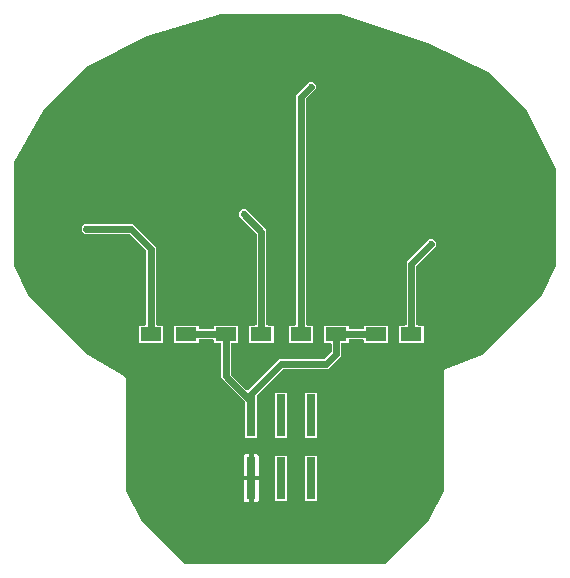
<source format=gbr>
G04 EAGLE Gerber RS-274X export*
G75*
%MOMM*%
%FSLAX34Y34*%
%LPD*%
%INBottom Copper*%
%IPPOS*%
%AMOC8*
5,1,8,0,0,1.08239X$1,22.5*%
G01*
%ADD10R,1.800000X1.200000*%
%ADD11R,0.787400X3.556000*%
%ADD12C,0.609600*%
%ADD13C,0.525000*%

G36*
X373316Y84565D02*
X373316Y84565D01*
X373442Y84572D01*
X373489Y84585D01*
X373537Y84591D01*
X373655Y84633D01*
X373777Y84668D01*
X373819Y84692D01*
X373865Y84708D01*
X373971Y84777D01*
X374081Y84838D01*
X374127Y84878D01*
X374157Y84897D01*
X374191Y84932D01*
X374267Y84997D01*
X410931Y121660D01*
X411007Y121756D01*
X411090Y121847D01*
X411124Y121904D01*
X411148Y121933D01*
X411168Y121976D01*
X411216Y122056D01*
X423288Y146201D01*
X423308Y146253D01*
X423335Y146303D01*
X423367Y146417D01*
X423408Y146528D01*
X423414Y146584D01*
X423430Y146638D01*
X423447Y146859D01*
X423449Y146874D01*
X423449Y146877D01*
X423449Y146882D01*
X423449Y246971D01*
X423430Y247136D01*
X423413Y247303D01*
X423410Y247312D01*
X423409Y247318D01*
X423401Y247341D01*
X423340Y247537D01*
X423285Y247676D01*
X423326Y247773D01*
X423329Y247784D01*
X423335Y247794D01*
X423379Y247952D01*
X423426Y248107D01*
X423427Y248118D01*
X423430Y248130D01*
X423449Y248373D01*
X423449Y248479D01*
X423555Y248585D01*
X423659Y248715D01*
X423764Y248846D01*
X423768Y248853D01*
X423772Y248858D01*
X423783Y248880D01*
X423878Y249062D01*
X423937Y249200D01*
X424035Y249239D01*
X424045Y249244D01*
X424056Y249248D01*
X424198Y249327D01*
X424342Y249405D01*
X424351Y249412D01*
X424360Y249418D01*
X424547Y249576D01*
X424621Y249651D01*
X424771Y249651D01*
X424936Y249670D01*
X425103Y249687D01*
X425112Y249690D01*
X425118Y249691D01*
X425141Y249699D01*
X425337Y249760D01*
X455785Y261939D01*
X455795Y261944D01*
X455806Y261948D01*
X455949Y262027D01*
X456092Y262105D01*
X456100Y262112D01*
X456110Y262118D01*
X456297Y262276D01*
X506181Y312160D01*
X506257Y312256D01*
X506340Y312347D01*
X506374Y312404D01*
X506398Y312433D01*
X506418Y312476D01*
X506466Y312556D01*
X518538Y336701D01*
X518558Y336753D01*
X518585Y336803D01*
X518617Y336917D01*
X518658Y337028D01*
X518664Y337084D01*
X518680Y337138D01*
X518697Y337359D01*
X518699Y337374D01*
X518699Y337377D01*
X518699Y337382D01*
X518699Y418268D01*
X518693Y418324D01*
X518695Y418380D01*
X518673Y418497D01*
X518659Y418614D01*
X518640Y418667D01*
X518630Y418722D01*
X518547Y418928D01*
X518542Y418942D01*
X518540Y418945D01*
X518538Y418949D01*
X493766Y468494D01*
X493699Y468596D01*
X493639Y468703D01*
X493597Y468754D01*
X493576Y468786D01*
X493542Y468818D01*
X493481Y468890D01*
X462540Y499831D01*
X462444Y499907D01*
X462353Y499990D01*
X462296Y500024D01*
X462267Y500048D01*
X462224Y500068D01*
X462144Y500116D01*
X412079Y525149D01*
X412043Y525162D01*
X411880Y525231D01*
X336460Y550371D01*
X336340Y550396D01*
X336222Y550430D01*
X336156Y550435D01*
X336119Y550443D01*
X336072Y550442D01*
X335978Y550449D01*
X235467Y550449D01*
X235368Y550438D01*
X235269Y550436D01*
X235169Y550415D01*
X235121Y550409D01*
X235088Y550398D01*
X235029Y550385D01*
X172316Y531571D01*
X172308Y531568D01*
X172300Y531566D01*
X172073Y531474D01*
X122056Y506466D01*
X121953Y506399D01*
X121847Y506339D01*
X121796Y506297D01*
X121764Y506276D01*
X121732Y506242D01*
X121660Y506181D01*
X84298Y468819D01*
X84249Y468756D01*
X84191Y468700D01*
X84112Y468584D01*
X84082Y468546D01*
X84072Y468526D01*
X84053Y468498D01*
X59351Y425270D01*
X59313Y425179D01*
X59265Y425093D01*
X59244Y425020D01*
X59214Y424949D01*
X59197Y424853D01*
X59170Y424758D01*
X59162Y424654D01*
X59154Y424606D01*
X59155Y424572D01*
X59151Y424514D01*
X59151Y337382D01*
X59152Y337367D01*
X59152Y337358D01*
X59157Y337322D01*
X59155Y337270D01*
X59177Y337153D01*
X59191Y337036D01*
X59210Y336983D01*
X59220Y336928D01*
X59303Y336722D01*
X59308Y336708D01*
X59310Y336705D01*
X59312Y336701D01*
X71384Y312556D01*
X71451Y312453D01*
X71511Y312347D01*
X71553Y312296D01*
X71574Y312264D01*
X71608Y312232D01*
X71669Y312160D01*
X121758Y262071D01*
X121808Y262032D01*
X121852Y261985D01*
X122004Y261876D01*
X122031Y261855D01*
X122040Y261851D01*
X122051Y261842D01*
X152592Y243518D01*
X152697Y243470D01*
X152797Y243415D01*
X152855Y243399D01*
X152910Y243374D01*
X153022Y243352D01*
X153132Y243320D01*
X153210Y243314D01*
X153217Y243313D01*
X153508Y243021D01*
X153558Y242982D01*
X153602Y242935D01*
X153754Y242826D01*
X153781Y242805D01*
X153790Y242801D01*
X153801Y242792D01*
X154158Y242578D01*
X154176Y242515D01*
X154206Y242462D01*
X154227Y242406D01*
X154291Y242311D01*
X154346Y242211D01*
X154397Y242152D01*
X154401Y242146D01*
X154401Y241734D01*
X154408Y241670D01*
X154406Y241606D01*
X154437Y241422D01*
X154441Y241388D01*
X154444Y241379D01*
X154446Y241364D01*
X154547Y240961D01*
X154515Y240903D01*
X154499Y240845D01*
X154474Y240790D01*
X154452Y240678D01*
X154420Y240568D01*
X154414Y240490D01*
X154406Y240448D01*
X154407Y240405D01*
X154401Y240324D01*
X154401Y146882D01*
X154407Y146826D01*
X154405Y146770D01*
X154427Y146653D01*
X154441Y146536D01*
X154460Y146483D01*
X154470Y146428D01*
X154553Y146222D01*
X154558Y146208D01*
X154560Y146205D01*
X154562Y146201D01*
X166636Y122052D01*
X166702Y121951D01*
X166760Y121846D01*
X166805Y121793D01*
X166826Y121760D01*
X166860Y121728D01*
X166918Y121659D01*
X203385Y85000D01*
X203486Y84920D01*
X203581Y84834D01*
X203621Y84811D01*
X203658Y84782D01*
X203773Y84727D01*
X203886Y84665D01*
X203931Y84653D01*
X203972Y84633D01*
X204098Y84605D01*
X204221Y84570D01*
X204279Y84566D01*
X204313Y84558D01*
X204362Y84559D01*
X204465Y84551D01*
X373190Y84551D01*
X373316Y84565D01*
G37*
%LPC*%
G36*
X255887Y191769D02*
X255887Y191769D01*
X255142Y192514D01*
X255142Y221258D01*
X255128Y221384D01*
X255121Y221510D01*
X255108Y221556D01*
X255102Y221604D01*
X255060Y221723D01*
X255025Y221845D01*
X255001Y221887D01*
X254985Y221932D01*
X254916Y222039D01*
X254855Y222149D01*
X254815Y222195D01*
X254796Y222225D01*
X254761Y222259D01*
X254696Y222335D01*
X235072Y241959D01*
X235072Y270606D01*
X235069Y270632D01*
X235071Y270658D01*
X235049Y270805D01*
X235032Y270952D01*
X235024Y270977D01*
X235020Y271003D01*
X234965Y271141D01*
X234915Y271280D01*
X234901Y271302D01*
X234891Y271327D01*
X234806Y271448D01*
X234726Y271573D01*
X234707Y271591D01*
X234692Y271613D01*
X234582Y271712D01*
X234475Y271815D01*
X234453Y271829D01*
X234433Y271846D01*
X234303Y271918D01*
X234176Y271994D01*
X234151Y272002D01*
X234128Y272015D01*
X233985Y272055D01*
X233844Y272100D01*
X233818Y272102D01*
X233793Y272110D01*
X233549Y272129D01*
X229484Y272129D01*
X228739Y272874D01*
X228739Y273939D01*
X228736Y273965D01*
X228738Y273991D01*
X228716Y274138D01*
X228699Y274285D01*
X228691Y274310D01*
X228687Y274336D01*
X228632Y274474D01*
X228582Y274613D01*
X228568Y274635D01*
X228558Y274660D01*
X228473Y274781D01*
X228393Y274906D01*
X228374Y274924D01*
X228359Y274946D01*
X228249Y275045D01*
X228142Y275148D01*
X228120Y275162D01*
X228100Y275179D01*
X227970Y275251D01*
X227843Y275327D01*
X227818Y275335D01*
X227795Y275348D01*
X227652Y275388D01*
X227511Y275433D01*
X227485Y275435D01*
X227460Y275443D01*
X227216Y275462D01*
X217284Y275462D01*
X217258Y275459D01*
X217232Y275461D01*
X217085Y275439D01*
X216938Y275422D01*
X216913Y275414D01*
X216887Y275410D01*
X216749Y275355D01*
X216610Y275305D01*
X216588Y275291D01*
X216563Y275281D01*
X216442Y275196D01*
X216317Y275116D01*
X216299Y275097D01*
X216277Y275082D01*
X216178Y274972D01*
X216075Y274865D01*
X216061Y274843D01*
X216044Y274823D01*
X215972Y274693D01*
X215896Y274566D01*
X215888Y274541D01*
X215875Y274518D01*
X215835Y274375D01*
X215790Y274234D01*
X215788Y274208D01*
X215780Y274183D01*
X215761Y273939D01*
X215761Y272874D01*
X215016Y272129D01*
X195964Y272129D01*
X195219Y272874D01*
X195219Y285926D01*
X195964Y286671D01*
X215016Y286671D01*
X215761Y285926D01*
X215761Y284861D01*
X215764Y284835D01*
X215762Y284809D01*
X215784Y284662D01*
X215801Y284515D01*
X215809Y284490D01*
X215813Y284464D01*
X215868Y284326D01*
X215918Y284187D01*
X215932Y284165D01*
X215942Y284140D01*
X216027Y284019D01*
X216107Y283894D01*
X216126Y283876D01*
X216141Y283854D01*
X216251Y283755D01*
X216358Y283652D01*
X216380Y283638D01*
X216400Y283621D01*
X216530Y283549D01*
X216657Y283473D01*
X216682Y283465D01*
X216705Y283452D01*
X216848Y283412D01*
X216989Y283367D01*
X217015Y283365D01*
X217040Y283357D01*
X217284Y283338D01*
X227216Y283338D01*
X227242Y283341D01*
X227268Y283339D01*
X227415Y283361D01*
X227562Y283378D01*
X227587Y283386D01*
X227613Y283390D01*
X227751Y283445D01*
X227890Y283495D01*
X227912Y283509D01*
X227937Y283519D01*
X228058Y283604D01*
X228183Y283684D01*
X228201Y283703D01*
X228223Y283718D01*
X228322Y283828D01*
X228425Y283935D01*
X228439Y283957D01*
X228456Y283977D01*
X228528Y284107D01*
X228604Y284234D01*
X228612Y284259D01*
X228625Y284282D01*
X228665Y284425D01*
X228710Y284566D01*
X228712Y284592D01*
X228720Y284617D01*
X228739Y284861D01*
X228739Y285926D01*
X229484Y286671D01*
X248536Y286671D01*
X249281Y285926D01*
X249281Y272874D01*
X248536Y272129D01*
X244471Y272129D01*
X244445Y272126D01*
X244419Y272128D01*
X244272Y272106D01*
X244125Y272089D01*
X244100Y272081D01*
X244074Y272077D01*
X243936Y272022D01*
X243797Y271972D01*
X243775Y271958D01*
X243750Y271948D01*
X243629Y271863D01*
X243504Y271783D01*
X243486Y271764D01*
X243464Y271749D01*
X243365Y271639D01*
X243262Y271532D01*
X243248Y271510D01*
X243231Y271490D01*
X243159Y271360D01*
X243083Y271233D01*
X243075Y271208D01*
X243062Y271185D01*
X243022Y271042D01*
X242977Y270901D01*
X242975Y270875D01*
X242967Y270850D01*
X242948Y270606D01*
X242948Y245852D01*
X242962Y245726D01*
X242969Y245600D01*
X242982Y245554D01*
X242988Y245506D01*
X243030Y245387D01*
X243065Y245265D01*
X243089Y245223D01*
X243105Y245178D01*
X243174Y245071D01*
X243235Y244961D01*
X243275Y244915D01*
X243294Y244885D01*
X243329Y244851D01*
X243394Y244775D01*
X256098Y232071D01*
X256118Y232055D01*
X256135Y232035D01*
X256255Y231946D01*
X256371Y231854D01*
X256395Y231843D01*
X256416Y231827D01*
X256552Y231769D01*
X256686Y231705D01*
X256712Y231700D01*
X256736Y231689D01*
X256882Y231663D01*
X257027Y231632D01*
X257053Y231632D01*
X257079Y231628D01*
X257227Y231635D01*
X257375Y231638D01*
X257401Y231644D01*
X257427Y231646D01*
X257569Y231687D01*
X257713Y231723D01*
X257736Y231735D01*
X257762Y231742D01*
X257891Y231815D01*
X258023Y231883D01*
X258043Y231900D01*
X258066Y231912D01*
X258252Y232071D01*
X284119Y257938D01*
X321588Y257938D01*
X321714Y257952D01*
X321840Y257959D01*
X321886Y257972D01*
X321934Y257978D01*
X322053Y258020D01*
X322175Y258055D01*
X322217Y258079D01*
X322262Y258095D01*
X322369Y258164D01*
X322479Y258225D01*
X322525Y258265D01*
X322555Y258284D01*
X322589Y258319D01*
X322665Y258384D01*
X328106Y263825D01*
X328185Y263924D01*
X328269Y264018D01*
X328293Y264060D01*
X328323Y264098D01*
X328377Y264212D01*
X328438Y264323D01*
X328451Y264369D01*
X328472Y264413D01*
X328498Y264536D01*
X328533Y264658D01*
X328538Y264719D01*
X328545Y264754D01*
X328544Y264802D01*
X328552Y264902D01*
X328552Y270606D01*
X328549Y270632D01*
X328551Y270658D01*
X328529Y270805D01*
X328512Y270952D01*
X328504Y270977D01*
X328500Y271003D01*
X328445Y271141D01*
X328395Y271280D01*
X328381Y271302D01*
X328371Y271327D01*
X328286Y271448D01*
X328206Y271573D01*
X328187Y271591D01*
X328172Y271613D01*
X328062Y271712D01*
X327955Y271815D01*
X327933Y271829D01*
X327913Y271846D01*
X327783Y271918D01*
X327656Y271994D01*
X327631Y272002D01*
X327608Y272015D01*
X327465Y272055D01*
X327324Y272100D01*
X327298Y272102D01*
X327273Y272110D01*
X327029Y272129D01*
X322964Y272129D01*
X322219Y272874D01*
X322219Y285926D01*
X322964Y286671D01*
X342016Y286671D01*
X342761Y285926D01*
X342761Y284861D01*
X342764Y284835D01*
X342762Y284809D01*
X342784Y284662D01*
X342801Y284515D01*
X342809Y284490D01*
X342813Y284464D01*
X342868Y284326D01*
X342918Y284187D01*
X342932Y284165D01*
X342942Y284140D01*
X343027Y284019D01*
X343107Y283894D01*
X343126Y283876D01*
X343141Y283854D01*
X343251Y283755D01*
X343358Y283652D01*
X343380Y283638D01*
X343400Y283621D01*
X343530Y283549D01*
X343657Y283473D01*
X343682Y283465D01*
X343705Y283452D01*
X343848Y283412D01*
X343989Y283367D01*
X344015Y283365D01*
X344040Y283357D01*
X344284Y283338D01*
X354216Y283338D01*
X354242Y283341D01*
X354268Y283339D01*
X354415Y283361D01*
X354562Y283378D01*
X354587Y283386D01*
X354613Y283390D01*
X354751Y283445D01*
X354890Y283495D01*
X354912Y283509D01*
X354937Y283519D01*
X355058Y283604D01*
X355183Y283684D01*
X355201Y283703D01*
X355223Y283718D01*
X355322Y283828D01*
X355425Y283935D01*
X355439Y283957D01*
X355456Y283977D01*
X355528Y284107D01*
X355604Y284234D01*
X355612Y284259D01*
X355625Y284282D01*
X355665Y284425D01*
X355710Y284566D01*
X355712Y284592D01*
X355720Y284617D01*
X355739Y284861D01*
X355739Y285926D01*
X356484Y286671D01*
X375536Y286671D01*
X376281Y285926D01*
X376281Y272874D01*
X375536Y272129D01*
X356484Y272129D01*
X355739Y272874D01*
X355739Y273939D01*
X355736Y273965D01*
X355738Y273991D01*
X355716Y274138D01*
X355699Y274285D01*
X355691Y274310D01*
X355687Y274336D01*
X355632Y274474D01*
X355582Y274613D01*
X355568Y274635D01*
X355558Y274660D01*
X355473Y274781D01*
X355393Y274906D01*
X355374Y274924D01*
X355359Y274946D01*
X355249Y275045D01*
X355142Y275148D01*
X355120Y275162D01*
X355100Y275179D01*
X354970Y275251D01*
X354843Y275327D01*
X354818Y275335D01*
X354795Y275348D01*
X354652Y275388D01*
X354511Y275433D01*
X354485Y275435D01*
X354460Y275443D01*
X354216Y275462D01*
X344284Y275462D01*
X344258Y275459D01*
X344232Y275461D01*
X344085Y275439D01*
X343938Y275422D01*
X343913Y275414D01*
X343887Y275410D01*
X343749Y275355D01*
X343610Y275305D01*
X343588Y275291D01*
X343563Y275281D01*
X343442Y275196D01*
X343317Y275116D01*
X343299Y275097D01*
X343277Y275082D01*
X343178Y274972D01*
X343075Y274865D01*
X343061Y274843D01*
X343044Y274823D01*
X342972Y274693D01*
X342896Y274566D01*
X342888Y274541D01*
X342875Y274518D01*
X342835Y274375D01*
X342790Y274234D01*
X342788Y274208D01*
X342780Y274183D01*
X342761Y273939D01*
X342761Y272874D01*
X342016Y272129D01*
X337951Y272129D01*
X337925Y272126D01*
X337899Y272128D01*
X337752Y272106D01*
X337605Y272089D01*
X337580Y272081D01*
X337554Y272077D01*
X337416Y272022D01*
X337277Y271972D01*
X337255Y271958D01*
X337230Y271948D01*
X337109Y271863D01*
X336984Y271783D01*
X336966Y271764D01*
X336944Y271749D01*
X336845Y271639D01*
X336742Y271532D01*
X336728Y271510D01*
X336711Y271490D01*
X336639Y271360D01*
X336563Y271233D01*
X336555Y271208D01*
X336542Y271185D01*
X336502Y271042D01*
X336457Y270901D01*
X336455Y270875D01*
X336447Y270850D01*
X336428Y270606D01*
X336428Y261009D01*
X325481Y250062D01*
X288012Y250062D01*
X287886Y250048D01*
X287760Y250041D01*
X287714Y250028D01*
X287666Y250022D01*
X287547Y249980D01*
X287425Y249945D01*
X287383Y249921D01*
X287338Y249905D01*
X287231Y249836D01*
X287121Y249775D01*
X287075Y249735D01*
X287045Y249716D01*
X287011Y249681D01*
X286935Y249616D01*
X266004Y228685D01*
X265925Y228586D01*
X265841Y228492D01*
X265817Y228450D01*
X265787Y228412D01*
X265733Y228298D01*
X265672Y228187D01*
X265659Y228141D01*
X265638Y228097D01*
X265612Y227974D01*
X265577Y227852D01*
X265572Y227791D01*
X265565Y227756D01*
X265566Y227708D01*
X265558Y227608D01*
X265558Y192514D01*
X264813Y191769D01*
X255887Y191769D01*
G37*
%LPD*%
%LPC*%
G36*
X292984Y272129D02*
X292984Y272129D01*
X292239Y272874D01*
X292239Y285926D01*
X292984Y286671D01*
X297049Y286671D01*
X297075Y286674D01*
X297101Y286672D01*
X297248Y286694D01*
X297395Y286711D01*
X297420Y286719D01*
X297446Y286723D01*
X297584Y286778D01*
X297723Y286828D01*
X297745Y286842D01*
X297770Y286852D01*
X297891Y286937D01*
X298016Y287017D01*
X298034Y287036D01*
X298056Y287051D01*
X298155Y287161D01*
X298258Y287268D01*
X298272Y287290D01*
X298289Y287310D01*
X298361Y287440D01*
X298437Y287567D01*
X298445Y287592D01*
X298458Y287615D01*
X298498Y287758D01*
X298543Y287899D01*
X298545Y287925D01*
X298553Y287950D01*
X298572Y288194D01*
X298572Y481941D01*
X309519Y492888D01*
X312781Y492888D01*
X315088Y490581D01*
X315088Y487319D01*
X306894Y479125D01*
X306815Y479026D01*
X306731Y478932D01*
X306707Y478890D01*
X306677Y478852D01*
X306623Y478738D01*
X306562Y478627D01*
X306549Y478581D01*
X306528Y478537D01*
X306502Y478414D01*
X306467Y478292D01*
X306462Y478231D01*
X306455Y478196D01*
X306456Y478148D01*
X306448Y478048D01*
X306448Y288194D01*
X306451Y288168D01*
X306449Y288142D01*
X306471Y287995D01*
X306488Y287848D01*
X306496Y287823D01*
X306500Y287797D01*
X306555Y287659D01*
X306605Y287520D01*
X306619Y287498D01*
X306629Y287473D01*
X306714Y287352D01*
X306794Y287227D01*
X306813Y287209D01*
X306828Y287187D01*
X306938Y287088D01*
X307045Y286985D01*
X307067Y286971D01*
X307087Y286954D01*
X307217Y286882D01*
X307344Y286806D01*
X307369Y286798D01*
X307392Y286785D01*
X307535Y286745D01*
X307676Y286700D01*
X307702Y286698D01*
X307727Y286690D01*
X307971Y286671D01*
X312036Y286671D01*
X312781Y285926D01*
X312781Y272874D01*
X312036Y272129D01*
X292984Y272129D01*
G37*
%LPD*%
%LPC*%
G36*
X165984Y272129D02*
X165984Y272129D01*
X165239Y272874D01*
X165239Y285926D01*
X165984Y286671D01*
X170049Y286671D01*
X170075Y286674D01*
X170101Y286672D01*
X170248Y286694D01*
X170395Y286711D01*
X170420Y286719D01*
X170446Y286723D01*
X170584Y286778D01*
X170723Y286828D01*
X170745Y286842D01*
X170770Y286852D01*
X170891Y286937D01*
X171016Y287017D01*
X171034Y287036D01*
X171056Y287051D01*
X171155Y287161D01*
X171258Y287268D01*
X171272Y287290D01*
X171289Y287310D01*
X171361Y287440D01*
X171437Y287567D01*
X171445Y287592D01*
X171458Y287615D01*
X171498Y287758D01*
X171543Y287899D01*
X171545Y287925D01*
X171553Y287950D01*
X171572Y288194D01*
X171572Y349278D01*
X171558Y349404D01*
X171551Y349530D01*
X171538Y349576D01*
X171532Y349624D01*
X171490Y349743D01*
X171455Y349865D01*
X171431Y349907D01*
X171415Y349952D01*
X171346Y350059D01*
X171285Y350169D01*
X171245Y350215D01*
X171226Y350245D01*
X171191Y350279D01*
X171126Y350355D01*
X157565Y363916D01*
X157466Y363995D01*
X157372Y364079D01*
X157330Y364103D01*
X157292Y364133D01*
X157178Y364187D01*
X157067Y364248D01*
X157021Y364261D01*
X156977Y364282D01*
X156854Y364308D01*
X156732Y364343D01*
X156671Y364348D01*
X156636Y364355D01*
X156588Y364354D01*
X156488Y364362D01*
X119019Y364362D01*
X116712Y366669D01*
X116712Y369931D01*
X119019Y372238D01*
X160381Y372238D01*
X179448Y353171D01*
X179448Y288194D01*
X179451Y288168D01*
X179449Y288142D01*
X179471Y287995D01*
X179488Y287848D01*
X179496Y287823D01*
X179500Y287797D01*
X179555Y287659D01*
X179605Y287520D01*
X179619Y287498D01*
X179629Y287473D01*
X179714Y287352D01*
X179794Y287227D01*
X179813Y287209D01*
X179828Y287187D01*
X179938Y287088D01*
X180045Y286985D01*
X180067Y286971D01*
X180087Y286954D01*
X180217Y286882D01*
X180344Y286806D01*
X180369Y286798D01*
X180392Y286785D01*
X180535Y286745D01*
X180676Y286700D01*
X180702Y286698D01*
X180727Y286690D01*
X180971Y286671D01*
X185036Y286671D01*
X185781Y285926D01*
X185781Y272874D01*
X185036Y272129D01*
X165984Y272129D01*
G37*
%LPD*%
%LPC*%
G36*
X259464Y272129D02*
X259464Y272129D01*
X258719Y272874D01*
X258719Y285926D01*
X259464Y286671D01*
X263529Y286671D01*
X263555Y286674D01*
X263581Y286672D01*
X263728Y286694D01*
X263875Y286711D01*
X263900Y286719D01*
X263926Y286723D01*
X264064Y286778D01*
X264203Y286828D01*
X264225Y286842D01*
X264250Y286852D01*
X264371Y286937D01*
X264496Y287017D01*
X264514Y287036D01*
X264536Y287051D01*
X264635Y287161D01*
X264738Y287268D01*
X264752Y287290D01*
X264769Y287310D01*
X264841Y287440D01*
X264917Y287567D01*
X264925Y287592D01*
X264938Y287615D01*
X264978Y287758D01*
X265023Y287899D01*
X265025Y287925D01*
X265033Y287950D01*
X265052Y288194D01*
X265052Y363748D01*
X265038Y363874D01*
X265031Y364000D01*
X265018Y364046D01*
X265012Y364094D01*
X264970Y364213D01*
X264935Y364335D01*
X264911Y364377D01*
X264895Y364422D01*
X264826Y364529D01*
X264765Y364639D01*
X264725Y364685D01*
X264706Y364715D01*
X264671Y364749D01*
X264606Y364825D01*
X250062Y379369D01*
X250062Y382631D01*
X252369Y384938D01*
X255631Y384938D01*
X272928Y367641D01*
X272928Y288194D01*
X272931Y288168D01*
X272929Y288142D01*
X272951Y287995D01*
X272968Y287848D01*
X272976Y287823D01*
X272980Y287797D01*
X273035Y287659D01*
X273085Y287520D01*
X273099Y287498D01*
X273109Y287473D01*
X273194Y287352D01*
X273274Y287227D01*
X273293Y287209D01*
X273308Y287187D01*
X273418Y287088D01*
X273525Y286985D01*
X273547Y286971D01*
X273567Y286954D01*
X273697Y286882D01*
X273824Y286806D01*
X273849Y286798D01*
X273872Y286785D01*
X274015Y286745D01*
X274156Y286700D01*
X274182Y286698D01*
X274207Y286690D01*
X274451Y286671D01*
X278516Y286671D01*
X279261Y285926D01*
X279261Y272874D01*
X278516Y272129D01*
X259464Y272129D01*
G37*
%LPD*%
%LPC*%
G36*
X386464Y272129D02*
X386464Y272129D01*
X385719Y272874D01*
X385719Y285926D01*
X386464Y286671D01*
X390529Y286671D01*
X390555Y286674D01*
X390581Y286672D01*
X390728Y286694D01*
X390875Y286711D01*
X390900Y286719D01*
X390926Y286723D01*
X391064Y286778D01*
X391203Y286828D01*
X391225Y286842D01*
X391250Y286852D01*
X391371Y286937D01*
X391496Y287017D01*
X391514Y287036D01*
X391536Y287051D01*
X391635Y287161D01*
X391738Y287268D01*
X391752Y287290D01*
X391769Y287310D01*
X391841Y287440D01*
X391917Y287567D01*
X391925Y287592D01*
X391938Y287615D01*
X391978Y287758D01*
X392023Y287899D01*
X392025Y287925D01*
X392033Y287950D01*
X392052Y288194D01*
X392052Y340471D01*
X411119Y359538D01*
X414381Y359538D01*
X416688Y357231D01*
X416688Y353969D01*
X400374Y337655D01*
X400295Y337556D01*
X400211Y337462D01*
X400187Y337420D01*
X400157Y337382D01*
X400103Y337268D01*
X400042Y337157D01*
X400029Y337111D01*
X400008Y337067D01*
X399982Y336944D01*
X399947Y336822D01*
X399942Y336761D01*
X399935Y336726D01*
X399936Y336678D01*
X399928Y336578D01*
X399928Y288194D01*
X399931Y288168D01*
X399929Y288142D01*
X399951Y287995D01*
X399968Y287848D01*
X399976Y287823D01*
X399980Y287797D01*
X400035Y287659D01*
X400085Y287520D01*
X400099Y287498D01*
X400109Y287473D01*
X400194Y287352D01*
X400274Y287227D01*
X400293Y287209D01*
X400308Y287187D01*
X400418Y287088D01*
X400525Y286985D01*
X400547Y286971D01*
X400567Y286954D01*
X400697Y286882D01*
X400824Y286806D01*
X400849Y286798D01*
X400872Y286785D01*
X401015Y286745D01*
X401156Y286700D01*
X401182Y286698D01*
X401207Y286690D01*
X401451Y286671D01*
X405516Y286671D01*
X406261Y285926D01*
X406261Y272874D01*
X405516Y272129D01*
X386464Y272129D01*
G37*
%LPD*%
%LPC*%
G36*
X306687Y191769D02*
X306687Y191769D01*
X305942Y192514D01*
X305942Y229126D01*
X306687Y229871D01*
X315613Y229871D01*
X316358Y229126D01*
X316358Y192514D01*
X315613Y191769D01*
X306687Y191769D01*
G37*
%LPD*%
%LPC*%
G36*
X281287Y191769D02*
X281287Y191769D01*
X280542Y192514D01*
X280542Y229126D01*
X281287Y229871D01*
X290213Y229871D01*
X290958Y229126D01*
X290958Y192514D01*
X290213Y191769D01*
X281287Y191769D01*
G37*
%LPD*%
%LPC*%
G36*
X306687Y138429D02*
X306687Y138429D01*
X305942Y139174D01*
X305942Y175786D01*
X306687Y176531D01*
X315613Y176531D01*
X316358Y175786D01*
X316358Y139174D01*
X315613Y138429D01*
X306687Y138429D01*
G37*
%LPD*%
%LPC*%
G36*
X281287Y138429D02*
X281287Y138429D01*
X280542Y139174D01*
X280542Y175786D01*
X281287Y176531D01*
X290213Y176531D01*
X290958Y175786D01*
X290958Y139174D01*
X290213Y138429D01*
X281287Y138429D01*
G37*
%LPD*%
%LPC*%
G36*
X262318Y159448D02*
X262318Y159448D01*
X262318Y177801D01*
X264622Y177801D01*
X265268Y177628D01*
X265847Y177293D01*
X266320Y176820D01*
X266655Y176241D01*
X266828Y175595D01*
X266828Y159448D01*
X262318Y159448D01*
G37*
%LPD*%
%LPC*%
G36*
X262318Y137159D02*
X262318Y137159D01*
X262318Y155512D01*
X266828Y155512D01*
X266828Y139365D01*
X266655Y138719D01*
X266320Y138140D01*
X265847Y137667D01*
X265268Y137332D01*
X264622Y137159D01*
X262318Y137159D01*
G37*
%LPD*%
%LPC*%
G36*
X253872Y159448D02*
X253872Y159448D01*
X253872Y175595D01*
X254045Y176241D01*
X254380Y176820D01*
X254853Y177293D01*
X255432Y177628D01*
X256078Y177801D01*
X258382Y177801D01*
X258382Y159448D01*
X253872Y159448D01*
G37*
%LPD*%
%LPC*%
G36*
X256078Y137159D02*
X256078Y137159D01*
X255432Y137332D01*
X254853Y137667D01*
X254380Y138140D01*
X254045Y138719D01*
X253872Y139365D01*
X253872Y155512D01*
X258382Y155512D01*
X258382Y137159D01*
X256078Y137159D01*
G37*
%LPD*%
D10*
X268990Y279400D03*
X239010Y279400D03*
X175510Y279400D03*
X205490Y279400D03*
X395990Y279400D03*
X366010Y279400D03*
X302510Y279400D03*
X332490Y279400D03*
D11*
X311150Y210820D03*
X311150Y157480D03*
X285750Y210820D03*
X285750Y157480D03*
X260350Y210820D03*
X260350Y157480D03*
D12*
X239010Y243590D02*
X239010Y279400D01*
X205490Y279400D01*
X285750Y254000D02*
X323850Y254000D01*
X332490Y262640D01*
X332490Y279400D01*
X366010Y279400D01*
X260350Y222250D02*
X239010Y243590D01*
X260350Y222250D02*
X260350Y210820D01*
X260350Y228600D02*
X285750Y254000D01*
X260350Y228600D02*
X260350Y222250D01*
X268990Y279400D02*
X268990Y366010D01*
X254000Y381000D01*
D13*
X254000Y381000D03*
D12*
X175510Y351540D02*
X175510Y279400D01*
X175510Y351540D02*
X158750Y368300D01*
X120650Y368300D01*
D13*
X120650Y368300D03*
X120650Y292100D03*
X317500Y412750D03*
X425450Y279400D03*
X247650Y304800D03*
D12*
X395990Y279400D02*
X395990Y338840D01*
X412750Y355600D01*
D13*
X412750Y355600D03*
D12*
X302510Y279400D02*
X302510Y480310D01*
X311150Y488950D01*
D13*
X311150Y488950D03*
M02*

</source>
